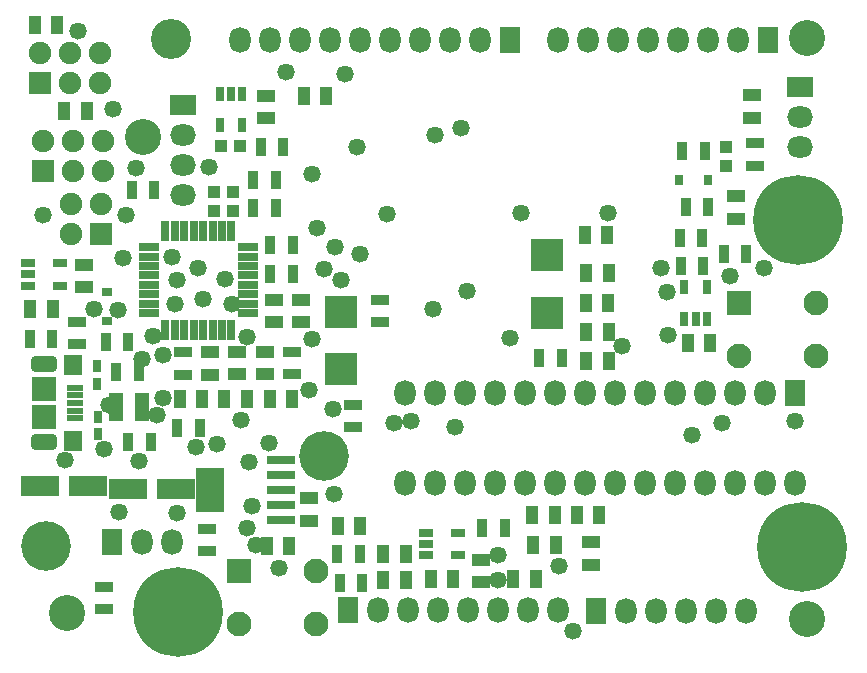
<source format=gts>
G04*
G04 #@! TF.GenerationSoftware,Altium Limited,Altium Designer,24.9.1 (31)*
G04*
G04 Layer_Color=8388736*
%FSLAX44Y44*%
%MOMM*%
G71*
G04*
G04 #@! TF.SameCoordinates,CB504186-4DDD-4C07-9CBA-7D3857A53BA6*
G04*
G04*
G04 #@! TF.FilePolarity,Negative*
G04*
G01*
G75*
%ADD31R,1.9000X1.9000*%
%ADD37R,0.9000X1.5000*%
%ADD38R,1.5000X0.9000*%
%ADD39R,2.4000X3.7000*%
%ADD40R,2.4000X0.8000*%
%ADD41R,0.8000X1.1000*%
%ADD42R,1.5000X1.1000*%
%ADD43R,2.8000X2.7000*%
%ADD44R,1.1000X1.5000*%
%ADD45R,0.7500X1.2000*%
%ADD46R,1.7000X0.7000*%
%ADD47R,0.7000X1.7000*%
%ADD48R,1.2000X2.4000*%
%ADD49C,3.0480*%
%ADD50R,1.0000X1.0000*%
%ADD51R,1.0000X1.0000*%
%ADD52R,1.6000X1.8000*%
%ADD53R,2.1000X2.1000*%
%ADD54R,1.4500X0.5000*%
%ADD55R,1.2000X0.7500*%
%ADD56R,0.8858X0.7588*%
%ADD57R,0.7588X0.8858*%
%ADD58R,3.2000X1.8000*%
%ADD59C,2.1000*%
%ADD60R,2.1000X2.1000*%
%ADD61R,1.8000X2.2000*%
%ADD62O,1.8000X2.2000*%
%ADD63C,7.6000*%
%ADD64C,3.4000*%
%ADD65C,4.2000*%
%ADD66O,2.2000X1.8000*%
%ADD67R,2.2000X1.8000*%
%ADD68C,1.9000*%
%ADD69R,1.9000X1.9000*%
G04:AMPARAMS|DCode=70|XSize=2.2mm|YSize=1.4mm|CornerRadius=0.4mm|HoleSize=0mm|Usage=FLASHONLY|Rotation=0.000|XOffset=0mm|YOffset=0mm|HoleType=Round|Shape=RoundedRectangle|*
%AMROUNDEDRECTD70*
21,1,2.2000,0.6000,0,0,0.0*
21,1,1.4000,1.4000,0,0,0.0*
1,1,0.8000,0.7000,-0.3000*
1,1,0.8000,-0.7000,-0.3000*
1,1,0.8000,-0.7000,0.3000*
1,1,0.8000,0.7000,0.3000*
%
%ADD70ROUNDEDRECTD70*%
%ADD71C,1.4700*%
D31*
X70400Y344000D02*
D03*
D37*
X96500Y381000D02*
D03*
X115500D02*
D03*
X199500Y366000D02*
D03*
X218500D02*
D03*
Y390000D02*
D03*
X199500D02*
D03*
X154000Y180000D02*
D03*
X135000D02*
D03*
X74500Y253000D02*
D03*
X93500D02*
D03*
X102500Y227000D02*
D03*
X83500D02*
D03*
X93500Y168000D02*
D03*
X112500D02*
D03*
X214000Y310000D02*
D03*
X233000D02*
D03*
Y335000D02*
D03*
X214000D02*
D03*
X393500Y95000D02*
D03*
X412500D02*
D03*
X580500Y317000D02*
D03*
X561500D02*
D03*
X225000Y418000D02*
D03*
X206000D02*
D03*
X460500Y239000D02*
D03*
X441500D02*
D03*
X581500Y414000D02*
D03*
X562500D02*
D03*
X560500Y341000D02*
D03*
X579500D02*
D03*
X584500Y367000D02*
D03*
X565500D02*
D03*
X272500Y49000D02*
D03*
X291500D02*
D03*
X10000Y255000D02*
D03*
X29000D02*
D03*
X598000Y327000D02*
D03*
X617000D02*
D03*
X289500Y73000D02*
D03*
X270500D02*
D03*
D38*
X140000Y244000D02*
D03*
Y225000D02*
D03*
X307000Y288500D02*
D03*
Y269500D02*
D03*
X624000Y402000D02*
D03*
Y421000D02*
D03*
X50000Y270000D02*
D03*
Y251000D02*
D03*
X284000Y180500D02*
D03*
Y199500D02*
D03*
X232000Y225500D02*
D03*
Y244500D02*
D03*
X73000Y26500D02*
D03*
Y45500D02*
D03*
X160000Y94500D02*
D03*
Y75500D02*
D03*
D39*
X163000Y127000D02*
D03*
D40*
X222750Y152400D02*
D03*
Y139700D02*
D03*
Y127000D02*
D03*
Y114300D02*
D03*
Y101600D02*
D03*
D41*
X67000Y232500D02*
D03*
Y217500D02*
D03*
X68000Y189500D02*
D03*
Y174500D02*
D03*
D42*
X608000Y376000D02*
D03*
Y357000D02*
D03*
X485000Y64000D02*
D03*
Y83000D02*
D03*
X217000Y269500D02*
D03*
Y288500D02*
D03*
X247000Y101500D02*
D03*
Y120500D02*
D03*
X240000Y269500D02*
D03*
Y288500D02*
D03*
X163000Y244000D02*
D03*
Y225000D02*
D03*
X209000Y244500D02*
D03*
Y225500D02*
D03*
X622000Y461500D02*
D03*
Y442500D02*
D03*
X210000Y442000D02*
D03*
Y461000D02*
D03*
X56000Y299000D02*
D03*
Y318000D02*
D03*
X186000Y244500D02*
D03*
Y225500D02*
D03*
X392000Y49500D02*
D03*
Y68500D02*
D03*
D43*
X448000Y326000D02*
D03*
Y277000D02*
D03*
X274000Y229500D02*
D03*
Y278500D02*
D03*
D44*
X473500Y106000D02*
D03*
X492500D02*
D03*
X436500Y81000D02*
D03*
X455500D02*
D03*
X435500Y106000D02*
D03*
X454500D02*
D03*
X500500Y311000D02*
D03*
X481500D02*
D03*
X481000Y286000D02*
D03*
X500000D02*
D03*
X481500Y261000D02*
D03*
X500500D02*
D03*
X481500Y237000D02*
D03*
X500500D02*
D03*
X586500Y252000D02*
D03*
X567500D02*
D03*
X309500Y73000D02*
D03*
X328500D02*
D03*
X230000Y80000D02*
D03*
X211000D02*
D03*
X242000Y461000D02*
D03*
X261000D02*
D03*
X137000Y204000D02*
D03*
X156000D02*
D03*
X39500Y448000D02*
D03*
X58500D02*
D03*
X194000Y204000D02*
D03*
X175000D02*
D03*
X232500D02*
D03*
X213500D02*
D03*
X419500Y52000D02*
D03*
X438500D02*
D03*
X309500Y51000D02*
D03*
X328500D02*
D03*
X368500Y52000D02*
D03*
X349500D02*
D03*
X14500Y521000D02*
D03*
X33500D02*
D03*
X480000Y343000D02*
D03*
X499000D02*
D03*
X271000Y97000D02*
D03*
X290000D02*
D03*
X29500Y281000D02*
D03*
X10500D02*
D03*
D45*
X564500Y272500D02*
D03*
X574000D02*
D03*
X583500D02*
D03*
X564500Y299500D02*
D03*
X583500D02*
D03*
X171000Y436000D02*
D03*
X190000D02*
D03*
X171000Y463000D02*
D03*
X180500D02*
D03*
X190000D02*
D03*
D46*
X111000Y325000D02*
D03*
Y317000D02*
D03*
Y309000D02*
D03*
Y301000D02*
D03*
Y293000D02*
D03*
Y285000D02*
D03*
Y277000D02*
D03*
X195000D02*
D03*
Y285000D02*
D03*
Y293000D02*
D03*
Y301000D02*
D03*
Y309000D02*
D03*
Y317000D02*
D03*
Y325000D02*
D03*
Y333000D02*
D03*
X111000D02*
D03*
D47*
X125000Y263000D02*
D03*
X133000D02*
D03*
X141000D02*
D03*
X149000D02*
D03*
X157000D02*
D03*
X165000D02*
D03*
X173000D02*
D03*
X181000D02*
D03*
Y347000D02*
D03*
X173000D02*
D03*
X165000D02*
D03*
X157000D02*
D03*
X149000D02*
D03*
X141000D02*
D03*
X133000D02*
D03*
X125000D02*
D03*
D48*
X83000Y198000D02*
D03*
X105000D02*
D03*
D49*
X42000Y23000D02*
D03*
X106000Y426000D02*
D03*
X668000Y510000D02*
D03*
Y18000D02*
D03*
D50*
X600000Y402000D02*
D03*
Y418000D02*
D03*
D51*
X188000Y419000D02*
D03*
X172000D02*
D03*
X182000Y364000D02*
D03*
X166000D02*
D03*
X182000Y380000D02*
D03*
X166000D02*
D03*
D52*
X46505Y169000D02*
D03*
Y233000D02*
D03*
D53*
X22005Y189000D02*
D03*
Y213000D02*
D03*
D54*
X48755Y188000D02*
D03*
Y194500D02*
D03*
Y201000D02*
D03*
Y207500D02*
D03*
Y214000D02*
D03*
D55*
X35500Y300500D02*
D03*
Y319500D02*
D03*
X8500Y300500D02*
D03*
Y310000D02*
D03*
Y319500D02*
D03*
X373000Y72000D02*
D03*
Y91000D02*
D03*
X346000Y72000D02*
D03*
Y81500D02*
D03*
Y91000D02*
D03*
D56*
X76000Y295192D02*
D03*
Y270808D02*
D03*
D57*
X559808Y390000D02*
D03*
X584192D02*
D03*
D58*
X18500Y131000D02*
D03*
X59500D02*
D03*
X134000Y128000D02*
D03*
X93000D02*
D03*
D59*
X610500Y240500D02*
D03*
X675500D02*
D03*
Y285500D02*
D03*
X252500Y58500D02*
D03*
Y13500D02*
D03*
X187500D02*
D03*
D60*
X610500Y285500D02*
D03*
X187500Y58500D02*
D03*
D61*
X658350Y209450D02*
D03*
X279400Y25400D02*
D03*
X489200Y25000D02*
D03*
X416560Y508000D02*
D03*
X635000D02*
D03*
X79600Y83000D02*
D03*
D62*
X632950Y209450D02*
D03*
X607550D02*
D03*
X582150D02*
D03*
X556750D02*
D03*
X531350D02*
D03*
X505950D02*
D03*
X480550D02*
D03*
X455150D02*
D03*
X429750D02*
D03*
X404350D02*
D03*
X378950D02*
D03*
X353550D02*
D03*
X328150D02*
D03*
X658350Y133250D02*
D03*
X632950D02*
D03*
X607550D02*
D03*
X582150D02*
D03*
X556750D02*
D03*
X531350D02*
D03*
X505950D02*
D03*
X480550D02*
D03*
X455150D02*
D03*
X429750D02*
D03*
X404350D02*
D03*
X378950D02*
D03*
X353550D02*
D03*
X328150D02*
D03*
X355600Y25400D02*
D03*
X457200D02*
D03*
X431800D02*
D03*
X406400D02*
D03*
X381000D02*
D03*
X330200D02*
D03*
X304800D02*
D03*
X616200Y25000D02*
D03*
X590800D02*
D03*
X565400D02*
D03*
X540000D02*
D03*
X514600D02*
D03*
X187960Y508000D02*
D03*
X213360D02*
D03*
X238760D02*
D03*
X264160D02*
D03*
X289560D02*
D03*
X314960D02*
D03*
X340360D02*
D03*
X365760D02*
D03*
X391160D02*
D03*
X609600D02*
D03*
X584200D02*
D03*
X533400D02*
D03*
X508000D02*
D03*
X482600D02*
D03*
X457200D02*
D03*
X558800D02*
D03*
X130400Y83000D02*
D03*
X105000D02*
D03*
D63*
X136000Y24000D02*
D03*
X664000Y79000D02*
D03*
X660400Y355600D02*
D03*
D64*
X130000Y509000D02*
D03*
D65*
X259000Y156000D02*
D03*
X24000Y80000D02*
D03*
D66*
X140000Y376900D02*
D03*
Y402300D02*
D03*
Y427700D02*
D03*
X662000Y418200D02*
D03*
Y443600D02*
D03*
D67*
X140000Y453100D02*
D03*
X662000Y469000D02*
D03*
D68*
X69400Y497000D02*
D03*
X44000D02*
D03*
X18600D02*
D03*
X69400Y471600D02*
D03*
X44000D02*
D03*
X71800Y423000D02*
D03*
X46400D02*
D03*
X21000D02*
D03*
X71800Y397600D02*
D03*
X46400D02*
D03*
X45000Y369400D02*
D03*
Y344000D02*
D03*
X70400Y369400D02*
D03*
D69*
X18600Y471600D02*
D03*
X21000Y397600D02*
D03*
D70*
X22005Y168000D02*
D03*
Y234000D02*
D03*
D71*
X123000Y241250D02*
D03*
X105656Y238300D02*
D03*
X114150Y258000D02*
D03*
X84903Y279907D02*
D03*
X370000Y180900D02*
D03*
X511300Y249000D02*
D03*
X551000Y259000D02*
D03*
X201850Y80850D02*
D03*
X194000Y95000D02*
D03*
X426000Y362000D02*
D03*
X417000Y256000D02*
D03*
X268500Y333500D02*
D03*
X253000Y349000D02*
D03*
X259319Y314681D02*
D03*
X246681Y212318D02*
D03*
X267000Y196000D02*
D03*
X65000Y281000D02*
D03*
X77351Y199421D02*
D03*
X151000Y164000D02*
D03*
X40000Y152650D02*
D03*
X103000Y152000D02*
D03*
X73000Y162000D02*
D03*
X277000Y480000D02*
D03*
X227000Y481000D02*
D03*
X273650Y305350D02*
D03*
X289818Y326819D02*
D03*
X175906Y306047D02*
D03*
X152345Y315350D02*
D03*
X135000Y305000D02*
D03*
X131000Y324700D02*
D03*
X181217Y285000D02*
D03*
X156517Y289000D02*
D03*
X133000Y285000D02*
D03*
X213000Y167000D02*
D03*
X51000Y516000D02*
D03*
X123000Y205000D02*
D03*
X118350Y191055D02*
D03*
X81000Y450000D02*
D03*
X21000Y360000D02*
D03*
X169000Y166000D02*
D03*
X86000Y109000D02*
D03*
X135000Y108000D02*
D03*
X221000Y61000D02*
D03*
X198000Y114000D02*
D03*
X458000Y63000D02*
D03*
X406650Y51300D02*
D03*
X406850Y72000D02*
D03*
X595878Y183914D02*
D03*
X470000Y8000D02*
D03*
X100350Y399650D02*
D03*
X162000Y401000D02*
D03*
X249000Y255000D02*
D03*
X267850Y124000D02*
D03*
X193732Y257295D02*
D03*
X189352Y187058D02*
D03*
X196000Y151000D02*
D03*
X318850Y184000D02*
D03*
X333399Y186101D02*
D03*
X632000Y315000D02*
D03*
X603000Y308350D02*
D03*
X550000Y295000D02*
D03*
X92000Y360000D02*
D03*
X545000Y315000D02*
D03*
X89000Y324000D02*
D03*
X658000Y186000D02*
D03*
X571000Y174000D02*
D03*
X352000Y281000D02*
D03*
X249000Y395000D02*
D03*
X287000Y418000D02*
D03*
X375000Y434000D02*
D03*
X353000Y428000D02*
D03*
X313000Y361000D02*
D03*
X380000Y296000D02*
D03*
X500000Y362000D02*
D03*
M02*

</source>
